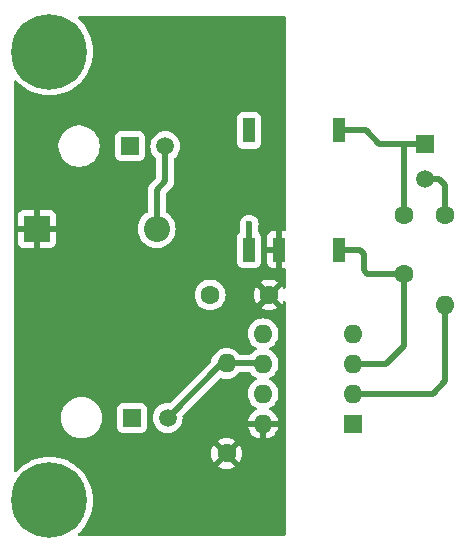
<source format=gtl>
%TF.GenerationSoftware,KiCad,Pcbnew,8.0.0-8.0.0-1~ubuntu22.04.1*%
%TF.CreationDate,2024-03-16T22:32:17-06:00*%
%TF.ProjectId,Isolated_Current_Loop_Monitor,49736f6c-6174-4656-945f-43757272656e,rev?*%
%TF.SameCoordinates,Original*%
%TF.FileFunction,Copper,L1,Top*%
%TF.FilePolarity,Positive*%
%FSLAX46Y46*%
G04 Gerber Fmt 4.6, Leading zero omitted, Abs format (unit mm)*
G04 Created by KiCad (PCBNEW 8.0.0-8.0.0-1~ubuntu22.04.1) date 2024-03-16 22:32:17*
%MOMM*%
%LPD*%
G01*
G04 APERTURE LIST*
%TA.AperFunction,ComponentPad*%
%ADD10C,1.600000*%
%TD*%
%TA.AperFunction,ComponentPad*%
%ADD11R,1.600000X1.600000*%
%TD*%
%TA.AperFunction,ComponentPad*%
%ADD12O,1.600000X1.600000*%
%TD*%
%TA.AperFunction,ComponentPad*%
%ADD13R,1.520000X1.520000*%
%TD*%
%TA.AperFunction,ComponentPad*%
%ADD14C,1.520000*%
%TD*%
%TA.AperFunction,SMDPad,CuDef*%
%ADD15R,1.000000X2.100000*%
%TD*%
%TA.AperFunction,ComponentPad*%
%ADD16R,2.200000X2.200000*%
%TD*%
%TA.AperFunction,ComponentPad*%
%ADD17O,2.200000X2.200000*%
%TD*%
%TA.AperFunction,ComponentPad*%
%ADD18C,0.800000*%
%TD*%
%TA.AperFunction,ComponentPad*%
%ADD19C,6.400000*%
%TD*%
%TA.AperFunction,ViaPad*%
%ADD20C,0.600000*%
%TD*%
%TA.AperFunction,Conductor*%
%ADD21C,0.500000*%
%TD*%
G04 APERTURE END LIST*
D10*
%TO.P,C2,1*%
%TO.N,+12V*%
X135600000Y-98600000D03*
%TO.P,C2,2*%
%TO.N,GND*%
X130600000Y-98600000D03*
%TD*%
D11*
%TO.P,U1,1,NC*%
%TO.N,unconnected-(U1-NC-Pad1)*%
X142700000Y-109500000D03*
D12*
%TO.P,U1,2,C1*%
%TO.N,Net-(U1-C1)*%
X142700000Y-106960000D03*
%TO.P,U1,3,C2*%
%TO.N,Net-(PS1-0V)*%
X142700000Y-104420000D03*
%TO.P,U1,4,NC*%
%TO.N,unconnected-(U1-NC-Pad4)*%
X142700000Y-101880000D03*
%TO.P,U1,5,GND*%
%TO.N,GND*%
X135080000Y-101880000D03*
%TO.P,U1,6,VO2*%
%TO.N,Net-(J3-Pin_2)*%
X135080000Y-104420000D03*
%TO.P,U1,7,VO1*%
%TO.N,unconnected-(U1-VO1-Pad7)*%
X135080000Y-106960000D03*
%TO.P,U1,8,VCC*%
%TO.N,+12V*%
X135080000Y-109500000D03*
%TD*%
D10*
%TO.P,C1,1*%
%TO.N,Net-(J2-Pin_1)*%
X147000000Y-91800000D03*
%TO.P,C1,2*%
%TO.N,Net-(PS1-0V)*%
X147000000Y-96800000D03*
%TD*%
D13*
%TO.P,J1,1,Pin_1*%
%TO.N,GND*%
X123810000Y-86000000D03*
D14*
%TO.P,J1,2,Pin_2*%
%TO.N,Net-(D2-A)*%
X126810000Y-86000000D03*
%TD*%
D15*
%TO.P,PS1,1,GND*%
%TO.N,GND*%
X133902500Y-94762500D03*
%TO.P,PS1,2,VIN*%
%TO.N,+12V*%
X136442500Y-94762500D03*
%TO.P,PS1,4,0V*%
%TO.N,Net-(PS1-0V)*%
X141522500Y-94762500D03*
%TO.P,PS1,5,+VOUT*%
%TO.N,Net-(J2-Pin_1)*%
X141522500Y-84662500D03*
%TO.P,PS1,8*%
%TO.N,N/C*%
X133902500Y-84662500D03*
%TD*%
D13*
%TO.P,J3,1,Pin_1*%
%TO.N,GND*%
X124000000Y-109000000D03*
D14*
%TO.P,J3,2,Pin_2*%
%TO.N,Net-(J3-Pin_2)*%
X127000000Y-109000000D03*
%TD*%
D16*
%TO.P,D2,1,K*%
%TO.N,+12V*%
X115920000Y-93000000D03*
D17*
%TO.P,D2,2,A*%
%TO.N,Net-(D2-A)*%
X126080000Y-93000000D03*
%TD*%
D13*
%TO.P,J2,1,Pin_1*%
%TO.N,Net-(J2-Pin_1)*%
X148810000Y-85810000D03*
D14*
%TO.P,J2,2,Pin_2*%
%TO.N,Net-(J2-Pin_2)*%
X148810000Y-88810000D03*
%TD*%
D18*
%TO.P,H2,1,1*%
%TO.N,GND*%
X114600000Y-116000000D03*
X115302944Y-114302944D03*
X115302944Y-117697056D03*
X117000000Y-113600000D03*
D19*
X117000000Y-116000000D03*
D18*
X117000000Y-118400000D03*
X118697056Y-114302944D03*
X118697056Y-117697056D03*
X119400000Y-116000000D03*
%TD*%
D10*
%TO.P,R2,1*%
%TO.N,+12V*%
X132000000Y-112020000D03*
D12*
%TO.P,R2,2*%
%TO.N,Net-(J3-Pin_2)*%
X132000000Y-104400000D03*
%TD*%
D18*
%TO.P,H1,1,1*%
%TO.N,GND*%
X114600000Y-78000000D03*
X115302944Y-76302944D03*
X115302944Y-79697056D03*
X117000000Y-75600000D03*
D19*
X117000000Y-78000000D03*
D18*
X117000000Y-80400000D03*
X118697056Y-76302944D03*
X118697056Y-79697056D03*
X119400000Y-78000000D03*
%TD*%
D10*
%TO.P,R1,1*%
%TO.N,Net-(J2-Pin_2)*%
X150500000Y-91790000D03*
D12*
%TO.P,R1,2*%
%TO.N,Net-(U1-C1)*%
X150500000Y-99410000D03*
%TD*%
D20*
%TO.N,GND*%
X133900000Y-92600000D03*
%TD*%
D21*
%TO.N,GND*%
X133902500Y-94762500D02*
X133902500Y-92602500D01*
X133902500Y-92602500D02*
X133900000Y-92600000D01*
%TO.N,Net-(D2-A)*%
X126080000Y-89720000D02*
X126080000Y-93000000D01*
X126810000Y-86000000D02*
X126810000Y-88990000D01*
X126810000Y-88990000D02*
X126080000Y-89720000D01*
%TO.N,Net-(J2-Pin_1)*%
X147000000Y-85810000D02*
X144910000Y-85810000D01*
X143762500Y-84662500D02*
X141522500Y-84662500D01*
X144910000Y-85810000D02*
X143762500Y-84662500D01*
X147000000Y-91800000D02*
X147000000Y-85810000D01*
X148810000Y-85810000D02*
X147000000Y-85810000D01*
%TO.N,Net-(J2-Pin_2)*%
X150010000Y-88810000D02*
X150500000Y-89300000D01*
X150500000Y-89300000D02*
X150500000Y-91790000D01*
X148810000Y-88810000D02*
X150010000Y-88810000D01*
%TO.N,Net-(J3-Pin_2)*%
X132000000Y-104400000D02*
X135060000Y-104400000D01*
X135060000Y-104400000D02*
X135080000Y-104420000D01*
X127000000Y-109000000D02*
X131600000Y-104400000D01*
X131600000Y-104400000D02*
X132000000Y-104400000D01*
%TO.N,Net-(PS1-0V)*%
X145480000Y-104420000D02*
X147000000Y-102900000D01*
X143262500Y-94762500D02*
X143600000Y-95100000D01*
X142700000Y-104420000D02*
X145480000Y-104420000D01*
X147000000Y-102900000D02*
X147000000Y-96800000D01*
X141522500Y-94762500D02*
X143262500Y-94762500D01*
X143600000Y-95100000D02*
X143600000Y-96500000D01*
X143600000Y-96500000D02*
X143900000Y-96800000D01*
X143900000Y-96800000D02*
X147000000Y-96800000D01*
%TO.N,Net-(U1-C1)*%
X150500000Y-105900000D02*
X150500000Y-99410000D01*
X149440000Y-106960000D02*
X150500000Y-105900000D01*
X142700000Y-106960000D02*
X149440000Y-106960000D01*
%TD*%
%TA.AperFunction,Conductor*%
%TO.N,+12V*%
G36*
X136943039Y-75019685D02*
G01*
X136988794Y-75072489D01*
X137000000Y-75124000D01*
X137000000Y-93088500D01*
X136980315Y-93155539D01*
X136927511Y-93201294D01*
X136876000Y-93212500D01*
X136692500Y-93212500D01*
X136692500Y-96312500D01*
X136876000Y-96312500D01*
X136943039Y-96332185D01*
X136988794Y-96384989D01*
X137000000Y-96436500D01*
X137000000Y-97966918D01*
X136980315Y-98033957D01*
X136927511Y-98079712D01*
X136858353Y-98089656D01*
X136794797Y-98060631D01*
X136763618Y-98019323D01*
X136730134Y-97947517D01*
X136730132Y-97947513D01*
X136679025Y-97874526D01*
X136000000Y-98553551D01*
X136000000Y-98547339D01*
X135972741Y-98445606D01*
X135920080Y-98354394D01*
X135845606Y-98279920D01*
X135754394Y-98227259D01*
X135652661Y-98200000D01*
X135646448Y-98200000D01*
X136325472Y-97520974D01*
X136252478Y-97469863D01*
X136046331Y-97373735D01*
X136046317Y-97373730D01*
X135826610Y-97314860D01*
X135826599Y-97314858D01*
X135600002Y-97295034D01*
X135599998Y-97295034D01*
X135373400Y-97314858D01*
X135373389Y-97314860D01*
X135153682Y-97373730D01*
X135153673Y-97373734D01*
X134947516Y-97469866D01*
X134947512Y-97469868D01*
X134874526Y-97520973D01*
X134874526Y-97520974D01*
X135553553Y-98200000D01*
X135547339Y-98200000D01*
X135445606Y-98227259D01*
X135354394Y-98279920D01*
X135279920Y-98354394D01*
X135227259Y-98445606D01*
X135200000Y-98547339D01*
X135200000Y-98553552D01*
X134520974Y-97874526D01*
X134520973Y-97874526D01*
X134469868Y-97947512D01*
X134469866Y-97947516D01*
X134373734Y-98153673D01*
X134373730Y-98153682D01*
X134314860Y-98373389D01*
X134314858Y-98373400D01*
X134295034Y-98599997D01*
X134295034Y-98600002D01*
X134314858Y-98826599D01*
X134314860Y-98826610D01*
X134373730Y-99046317D01*
X134373735Y-99046331D01*
X134469863Y-99252478D01*
X134520974Y-99325472D01*
X135200000Y-98646446D01*
X135200000Y-98652661D01*
X135227259Y-98754394D01*
X135279920Y-98845606D01*
X135354394Y-98920080D01*
X135445606Y-98972741D01*
X135547339Y-99000000D01*
X135553553Y-99000000D01*
X134874526Y-99679025D01*
X134947513Y-99730132D01*
X134947521Y-99730136D01*
X135153668Y-99826264D01*
X135153682Y-99826269D01*
X135373389Y-99885139D01*
X135373400Y-99885141D01*
X135599998Y-99904966D01*
X135600002Y-99904966D01*
X135826599Y-99885141D01*
X135826610Y-99885139D01*
X136046317Y-99826269D01*
X136046331Y-99826264D01*
X136252478Y-99730136D01*
X136325471Y-99679024D01*
X135646447Y-99000000D01*
X135652661Y-99000000D01*
X135754394Y-98972741D01*
X135845606Y-98920080D01*
X135920080Y-98845606D01*
X135972741Y-98754394D01*
X136000000Y-98652661D01*
X136000000Y-98646447D01*
X136679024Y-99325471D01*
X136730136Y-99252478D01*
X136763618Y-99180677D01*
X136809790Y-99128237D01*
X136876983Y-99109085D01*
X136943865Y-99129300D01*
X136989199Y-99182466D01*
X137000000Y-99233081D01*
X137000000Y-118876000D01*
X136980315Y-118943039D01*
X136927511Y-118988794D01*
X136876000Y-119000000D01*
X119525626Y-119000000D01*
X119458587Y-118980315D01*
X119412832Y-118927511D01*
X119402888Y-118858353D01*
X119431913Y-118794797D01*
X119447591Y-118779634D01*
X119479502Y-118753792D01*
X119479516Y-118753781D01*
X119753781Y-118479516D01*
X119997876Y-118178084D01*
X120209125Y-117852789D01*
X120385214Y-117507194D01*
X120524214Y-117145087D01*
X120624602Y-116770433D01*
X120685278Y-116387338D01*
X120705578Y-116000000D01*
X120685278Y-115612662D01*
X120624602Y-115229567D01*
X120524214Y-114854913D01*
X120385214Y-114492806D01*
X120209125Y-114147211D01*
X119997876Y-113821916D01*
X119753781Y-113520484D01*
X119479516Y-113246219D01*
X119445164Y-113218401D01*
X119178082Y-113002122D01*
X118852793Y-112790877D01*
X118507197Y-112614787D01*
X118145094Y-112475788D01*
X118109748Y-112466317D01*
X117770433Y-112375398D01*
X117770429Y-112375397D01*
X117770428Y-112375397D01*
X117387339Y-112314722D01*
X117000001Y-112294422D01*
X116999999Y-112294422D01*
X116612660Y-112314722D01*
X116229572Y-112375397D01*
X116229570Y-112375397D01*
X115854905Y-112475788D01*
X115492802Y-112614787D01*
X115147206Y-112790877D01*
X114821917Y-113002122D01*
X114520488Y-113246215D01*
X114520480Y-113246222D01*
X114246222Y-113520480D01*
X114246213Y-113520490D01*
X114220365Y-113552410D01*
X114162878Y-113592121D01*
X114093047Y-113594448D01*
X114033043Y-113558652D01*
X114001918Y-113496098D01*
X114000000Y-113474373D01*
X114000000Y-112020002D01*
X130695034Y-112020002D01*
X130714858Y-112246599D01*
X130714860Y-112246610D01*
X130773730Y-112466317D01*
X130773735Y-112466331D01*
X130869863Y-112672478D01*
X130920974Y-112745472D01*
X131600000Y-112066446D01*
X131600000Y-112072661D01*
X131627259Y-112174394D01*
X131679920Y-112265606D01*
X131754394Y-112340080D01*
X131845606Y-112392741D01*
X131947339Y-112420000D01*
X131953553Y-112420000D01*
X131274526Y-113099025D01*
X131347513Y-113150132D01*
X131347521Y-113150136D01*
X131553668Y-113246264D01*
X131553682Y-113246269D01*
X131773389Y-113305139D01*
X131773400Y-113305141D01*
X131999998Y-113324966D01*
X132000002Y-113324966D01*
X132226599Y-113305141D01*
X132226610Y-113305139D01*
X132446317Y-113246269D01*
X132446331Y-113246264D01*
X132652478Y-113150136D01*
X132725471Y-113099024D01*
X132046447Y-112420000D01*
X132052661Y-112420000D01*
X132154394Y-112392741D01*
X132245606Y-112340080D01*
X132320080Y-112265606D01*
X132372741Y-112174394D01*
X132400000Y-112072661D01*
X132400000Y-112066447D01*
X133079024Y-112745471D01*
X133130136Y-112672478D01*
X133226264Y-112466331D01*
X133226269Y-112466317D01*
X133285139Y-112246610D01*
X133285141Y-112246599D01*
X133304966Y-112020002D01*
X133304966Y-112019997D01*
X133285141Y-111793400D01*
X133285139Y-111793389D01*
X133226269Y-111573682D01*
X133226264Y-111573668D01*
X133130136Y-111367521D01*
X133130132Y-111367513D01*
X133079025Y-111294526D01*
X132400000Y-111973551D01*
X132400000Y-111967339D01*
X132372741Y-111865606D01*
X132320080Y-111774394D01*
X132245606Y-111699920D01*
X132154394Y-111647259D01*
X132052661Y-111620000D01*
X132046448Y-111620000D01*
X132725472Y-110940974D01*
X132652478Y-110889863D01*
X132446331Y-110793735D01*
X132446317Y-110793730D01*
X132226610Y-110734860D01*
X132226599Y-110734858D01*
X132000002Y-110715034D01*
X131999998Y-110715034D01*
X131773400Y-110734858D01*
X131773389Y-110734860D01*
X131553682Y-110793730D01*
X131553673Y-110793734D01*
X131347516Y-110889866D01*
X131347512Y-110889868D01*
X131274526Y-110940973D01*
X131274526Y-110940974D01*
X131953553Y-111620000D01*
X131947339Y-111620000D01*
X131845606Y-111647259D01*
X131754394Y-111699920D01*
X131679920Y-111774394D01*
X131627259Y-111865606D01*
X131600000Y-111967339D01*
X131600000Y-111973552D01*
X130920974Y-111294526D01*
X130920973Y-111294526D01*
X130869868Y-111367512D01*
X130869866Y-111367516D01*
X130773734Y-111573673D01*
X130773730Y-111573682D01*
X130714860Y-111793389D01*
X130714858Y-111793400D01*
X130695034Y-112019997D01*
X130695034Y-112020002D01*
X114000000Y-112020002D01*
X114000000Y-109114741D01*
X117949500Y-109114741D01*
X117963321Y-109219714D01*
X117979452Y-109342238D01*
X118035834Y-109552661D01*
X118038842Y-109563887D01*
X118126650Y-109775876D01*
X118126657Y-109775890D01*
X118241392Y-109974617D01*
X118381081Y-110156661D01*
X118381089Y-110156670D01*
X118543330Y-110318911D01*
X118543338Y-110318918D01*
X118725382Y-110458607D01*
X118725385Y-110458608D01*
X118725388Y-110458611D01*
X118924112Y-110573344D01*
X118924117Y-110573346D01*
X118924123Y-110573349D01*
X119015480Y-110611190D01*
X119136113Y-110661158D01*
X119357762Y-110720548D01*
X119585266Y-110750500D01*
X119585273Y-110750500D01*
X119814727Y-110750500D01*
X119814734Y-110750500D01*
X120042238Y-110720548D01*
X120263887Y-110661158D01*
X120475888Y-110573344D01*
X120674612Y-110458611D01*
X120856661Y-110318919D01*
X120856665Y-110318914D01*
X120856670Y-110318911D01*
X121018911Y-110156670D01*
X121018914Y-110156665D01*
X121018919Y-110156661D01*
X121158611Y-109974612D01*
X121254879Y-109807870D01*
X122739500Y-109807870D01*
X122739501Y-109807876D01*
X122745908Y-109867483D01*
X122796202Y-110002328D01*
X122796206Y-110002335D01*
X122882452Y-110117544D01*
X122882455Y-110117547D01*
X122997664Y-110203793D01*
X122997671Y-110203797D01*
X123132517Y-110254091D01*
X123132516Y-110254091D01*
X123139444Y-110254835D01*
X123192127Y-110260500D01*
X124807872Y-110260499D01*
X124867483Y-110254091D01*
X125002331Y-110203796D01*
X125117546Y-110117546D01*
X125203796Y-110002331D01*
X125254091Y-109867483D01*
X125260500Y-109807873D01*
X125260500Y-109000001D01*
X125734685Y-109000001D01*
X125753907Y-109219714D01*
X125753909Y-109219724D01*
X125810990Y-109432755D01*
X125810995Y-109432769D01*
X125904203Y-109632654D01*
X125904207Y-109632662D01*
X126030712Y-109813330D01*
X126186669Y-109969287D01*
X126367337Y-110095792D01*
X126367339Y-110095793D01*
X126367342Y-110095795D01*
X126413990Y-110117547D01*
X126567230Y-110189004D01*
X126567232Y-110189004D01*
X126567237Y-110189007D01*
X126780280Y-110246092D01*
X126937222Y-110259822D01*
X126999998Y-110265315D01*
X127000000Y-110265315D01*
X127000002Y-110265315D01*
X127055059Y-110260498D01*
X127219720Y-110246092D01*
X127432763Y-110189007D01*
X127632658Y-110095795D01*
X127813329Y-109969288D01*
X127969288Y-109813329D01*
X128095795Y-109632658D01*
X128189007Y-109432763D01*
X128246092Y-109219720D01*
X128265315Y-109000000D01*
X128253946Y-108870059D01*
X128267712Y-108801562D01*
X128289790Y-108771576D01*
X131411038Y-105650327D01*
X131472359Y-105616844D01*
X131542051Y-105621828D01*
X131551108Y-105625621D01*
X131553504Y-105626739D01*
X131773308Y-105685635D01*
X131935230Y-105699801D01*
X131999998Y-105705468D01*
X132000000Y-105705468D01*
X132000002Y-105705468D01*
X132056673Y-105700509D01*
X132226692Y-105685635D01*
X132446496Y-105626739D01*
X132652734Y-105530568D01*
X132839139Y-105400047D01*
X133000047Y-105239139D01*
X133025088Y-105203377D01*
X133079665Y-105159752D01*
X133126663Y-105150500D01*
X133939333Y-105150500D01*
X134006372Y-105170185D01*
X134040908Y-105203377D01*
X134079954Y-105259141D01*
X134240858Y-105420045D01*
X134240861Y-105420047D01*
X134427266Y-105550568D01*
X134485275Y-105577618D01*
X134537714Y-105623791D01*
X134556866Y-105690984D01*
X134536650Y-105757865D01*
X134485275Y-105802382D01*
X134427267Y-105829431D01*
X134427265Y-105829432D01*
X134240858Y-105959954D01*
X134079954Y-106120858D01*
X133949432Y-106307265D01*
X133949431Y-106307267D01*
X133853261Y-106513502D01*
X133853258Y-106513511D01*
X133794366Y-106733302D01*
X133794364Y-106733313D01*
X133774532Y-106959998D01*
X133774532Y-106960001D01*
X133794364Y-107186686D01*
X133794366Y-107186697D01*
X133853258Y-107406488D01*
X133853261Y-107406497D01*
X133949431Y-107612732D01*
X133949432Y-107612734D01*
X134079954Y-107799141D01*
X134240858Y-107960045D01*
X134240861Y-107960047D01*
X134427266Y-108090568D01*
X134485865Y-108117893D01*
X134538305Y-108164065D01*
X134557457Y-108231258D01*
X134537242Y-108298139D01*
X134485867Y-108342657D01*
X134427515Y-108369867D01*
X134241179Y-108500342D01*
X134080342Y-108661179D01*
X133949865Y-108847517D01*
X133853734Y-109053673D01*
X133853730Y-109053682D01*
X133801127Y-109249999D01*
X133801128Y-109250000D01*
X134764314Y-109250000D01*
X134759920Y-109254394D01*
X134707259Y-109345606D01*
X134680000Y-109447339D01*
X134680000Y-109552661D01*
X134707259Y-109654394D01*
X134759920Y-109745606D01*
X134764314Y-109750000D01*
X133801128Y-109750000D01*
X133853730Y-109946317D01*
X133853734Y-109946326D01*
X133949865Y-110152482D01*
X134080342Y-110338820D01*
X134241179Y-110499657D01*
X134427517Y-110630134D01*
X134633673Y-110726265D01*
X134633682Y-110726269D01*
X134829999Y-110778872D01*
X134830000Y-110778871D01*
X134830000Y-109815686D01*
X134834394Y-109820080D01*
X134925606Y-109872741D01*
X135027339Y-109900000D01*
X135132661Y-109900000D01*
X135234394Y-109872741D01*
X135325606Y-109820080D01*
X135330000Y-109815686D01*
X135330000Y-110778872D01*
X135526317Y-110726269D01*
X135526326Y-110726265D01*
X135732482Y-110630134D01*
X135918820Y-110499657D01*
X136079657Y-110338820D01*
X136210134Y-110152482D01*
X136306265Y-109946326D01*
X136306269Y-109946317D01*
X136358872Y-109750000D01*
X135395686Y-109750000D01*
X135400080Y-109745606D01*
X135452741Y-109654394D01*
X135480000Y-109552661D01*
X135480000Y-109447339D01*
X135452741Y-109345606D01*
X135400080Y-109254394D01*
X135395686Y-109250000D01*
X136358872Y-109250000D01*
X136358872Y-109249999D01*
X136306269Y-109053682D01*
X136306265Y-109053673D01*
X136210134Y-108847517D01*
X136079657Y-108661179D01*
X135918820Y-108500342D01*
X135732482Y-108369865D01*
X135674133Y-108342657D01*
X135621694Y-108296484D01*
X135602542Y-108229291D01*
X135622758Y-108162410D01*
X135674129Y-108117895D01*
X135732734Y-108090568D01*
X135919139Y-107960047D01*
X136080047Y-107799139D01*
X136210568Y-107612734D01*
X136306739Y-107406496D01*
X136365635Y-107186692D01*
X136385468Y-106960000D01*
X136365635Y-106733308D01*
X136306739Y-106513504D01*
X136210568Y-106307266D01*
X136080047Y-106120861D01*
X136080045Y-106120858D01*
X135919141Y-105959954D01*
X135732734Y-105829432D01*
X135732728Y-105829429D01*
X135674725Y-105802382D01*
X135622285Y-105756210D01*
X135603133Y-105689017D01*
X135623348Y-105622135D01*
X135674725Y-105577618D01*
X135732734Y-105550568D01*
X135919139Y-105420047D01*
X136080047Y-105259139D01*
X136210568Y-105072734D01*
X136306739Y-104866496D01*
X136365635Y-104646692D01*
X136385468Y-104420000D01*
X136365635Y-104193308D01*
X136306739Y-103973504D01*
X136210568Y-103767266D01*
X136080047Y-103580861D01*
X136080045Y-103580858D01*
X135919141Y-103419954D01*
X135732734Y-103289432D01*
X135732728Y-103289429D01*
X135674725Y-103262382D01*
X135622285Y-103216210D01*
X135603133Y-103149017D01*
X135623348Y-103082135D01*
X135674725Y-103037618D01*
X135732734Y-103010568D01*
X135919139Y-102880047D01*
X136080047Y-102719139D01*
X136210568Y-102532734D01*
X136306739Y-102326496D01*
X136365635Y-102106692D01*
X136385468Y-101880000D01*
X136365635Y-101653308D01*
X136306739Y-101433504D01*
X136210568Y-101227266D01*
X136080047Y-101040861D01*
X136080045Y-101040858D01*
X135919141Y-100879954D01*
X135732734Y-100749432D01*
X135732732Y-100749431D01*
X135526497Y-100653261D01*
X135526488Y-100653258D01*
X135306697Y-100594366D01*
X135306693Y-100594365D01*
X135306692Y-100594365D01*
X135306691Y-100594364D01*
X135306686Y-100594364D01*
X135080002Y-100574532D01*
X135079998Y-100574532D01*
X134853313Y-100594364D01*
X134853302Y-100594366D01*
X134633511Y-100653258D01*
X134633502Y-100653261D01*
X134427267Y-100749431D01*
X134427265Y-100749432D01*
X134240858Y-100879954D01*
X134079954Y-101040858D01*
X133949432Y-101227265D01*
X133949431Y-101227267D01*
X133853261Y-101433502D01*
X133853258Y-101433511D01*
X133794366Y-101653302D01*
X133794364Y-101653313D01*
X133774532Y-101879998D01*
X133774532Y-101880001D01*
X133794364Y-102106686D01*
X133794366Y-102106697D01*
X133853258Y-102326488D01*
X133853261Y-102326497D01*
X133949431Y-102532732D01*
X133949432Y-102532734D01*
X134079954Y-102719141D01*
X134240858Y-102880045D01*
X134240861Y-102880047D01*
X134427266Y-103010568D01*
X134485275Y-103037618D01*
X134537714Y-103083791D01*
X134556866Y-103150984D01*
X134536650Y-103217865D01*
X134485275Y-103262382D01*
X134427267Y-103289431D01*
X134427265Y-103289432D01*
X134240858Y-103419954D01*
X134079954Y-103580858D01*
X134068916Y-103596623D01*
X134014339Y-103640248D01*
X133967341Y-103649500D01*
X133126663Y-103649500D01*
X133059624Y-103629815D01*
X133025088Y-103596623D01*
X133000045Y-103560858D01*
X132839141Y-103399954D01*
X132652734Y-103269432D01*
X132652732Y-103269431D01*
X132446497Y-103173261D01*
X132446488Y-103173258D01*
X132226697Y-103114366D01*
X132226693Y-103114365D01*
X132226692Y-103114365D01*
X132226691Y-103114364D01*
X132226686Y-103114364D01*
X132000002Y-103094532D01*
X131999998Y-103094532D01*
X131773313Y-103114364D01*
X131773302Y-103114366D01*
X131553511Y-103173258D01*
X131553502Y-103173261D01*
X131347267Y-103269431D01*
X131347265Y-103269432D01*
X131160858Y-103399954D01*
X130999954Y-103560858D01*
X130869432Y-103747265D01*
X130869431Y-103747267D01*
X130773261Y-103953502D01*
X130773258Y-103953511D01*
X130714366Y-104173302D01*
X130714365Y-104173309D01*
X130713412Y-104184199D01*
X130687956Y-104249266D01*
X130677565Y-104261066D01*
X127228425Y-107710205D01*
X127167102Y-107743690D01*
X127129937Y-107746052D01*
X127000002Y-107734685D01*
X126999998Y-107734685D01*
X126780285Y-107753907D01*
X126780275Y-107753909D01*
X126567244Y-107810990D01*
X126567235Y-107810994D01*
X126367344Y-107904204D01*
X126367342Y-107904205D01*
X126186668Y-108030713D01*
X126030713Y-108186668D01*
X125904205Y-108367342D01*
X125904204Y-108367344D01*
X125810994Y-108567235D01*
X125810990Y-108567244D01*
X125753909Y-108780275D01*
X125753907Y-108780285D01*
X125734685Y-108999998D01*
X125734685Y-109000001D01*
X125260500Y-109000001D01*
X125260499Y-108192128D01*
X125254091Y-108132517D01*
X125248636Y-108117892D01*
X125203797Y-107997671D01*
X125203793Y-107997664D01*
X125117547Y-107882455D01*
X125117544Y-107882452D01*
X125002335Y-107796206D01*
X125002328Y-107796202D01*
X124867482Y-107745908D01*
X124867483Y-107745908D01*
X124807883Y-107739501D01*
X124807881Y-107739500D01*
X124807873Y-107739500D01*
X124807864Y-107739500D01*
X123192129Y-107739500D01*
X123192123Y-107739501D01*
X123132516Y-107745908D01*
X122997671Y-107796202D01*
X122997664Y-107796206D01*
X122882455Y-107882452D01*
X122882452Y-107882455D01*
X122796206Y-107997664D01*
X122796202Y-107997671D01*
X122745908Y-108132517D01*
X122740079Y-108186739D01*
X122739501Y-108192123D01*
X122739500Y-108192135D01*
X122739500Y-109807870D01*
X121254879Y-109807870D01*
X121273344Y-109775888D01*
X121361158Y-109563887D01*
X121420548Y-109342238D01*
X121450500Y-109114734D01*
X121450500Y-108885266D01*
X121420548Y-108657762D01*
X121361158Y-108436113D01*
X121303322Y-108296484D01*
X121273349Y-108224123D01*
X121273346Y-108224117D01*
X121273344Y-108224112D01*
X121158611Y-108025388D01*
X121158608Y-108025385D01*
X121158607Y-108025382D01*
X121018918Y-107843338D01*
X121018911Y-107843330D01*
X120856670Y-107681089D01*
X120856661Y-107681081D01*
X120674617Y-107541392D01*
X120475890Y-107426657D01*
X120475876Y-107426650D01*
X120263887Y-107338842D01*
X120042238Y-107279452D01*
X120004215Y-107274446D01*
X119814741Y-107249500D01*
X119814734Y-107249500D01*
X119585266Y-107249500D01*
X119585258Y-107249500D01*
X119368715Y-107278009D01*
X119357762Y-107279452D01*
X119264076Y-107304554D01*
X119136112Y-107338842D01*
X118924123Y-107426650D01*
X118924109Y-107426657D01*
X118725382Y-107541392D01*
X118543338Y-107681081D01*
X118381081Y-107843338D01*
X118241392Y-108025382D01*
X118126657Y-108224109D01*
X118126650Y-108224123D01*
X118038842Y-108436112D01*
X117979453Y-108657759D01*
X117979451Y-108657770D01*
X117949500Y-108885258D01*
X117949500Y-109114741D01*
X114000000Y-109114741D01*
X114000000Y-98600001D01*
X129294532Y-98600001D01*
X129314364Y-98826686D01*
X129314366Y-98826697D01*
X129373258Y-99046488D01*
X129373261Y-99046497D01*
X129469431Y-99252732D01*
X129469432Y-99252734D01*
X129599954Y-99439141D01*
X129760858Y-99600045D01*
X129760861Y-99600047D01*
X129947266Y-99730568D01*
X130153504Y-99826739D01*
X130373308Y-99885635D01*
X130535230Y-99899801D01*
X130599998Y-99905468D01*
X130600000Y-99905468D01*
X130600002Y-99905468D01*
X130656673Y-99900509D01*
X130826692Y-99885635D01*
X131046496Y-99826739D01*
X131252734Y-99730568D01*
X131439139Y-99600047D01*
X131600047Y-99439139D01*
X131730568Y-99252734D01*
X131826739Y-99046496D01*
X131885635Y-98826692D01*
X131905468Y-98600000D01*
X131885635Y-98373308D01*
X131826739Y-98153504D01*
X131730568Y-97947266D01*
X131600047Y-97760861D01*
X131600045Y-97760858D01*
X131439141Y-97599954D01*
X131252734Y-97469432D01*
X131252732Y-97469431D01*
X131046497Y-97373261D01*
X131046488Y-97373258D01*
X130826697Y-97314366D01*
X130826693Y-97314365D01*
X130826692Y-97314365D01*
X130826691Y-97314364D01*
X130826686Y-97314364D01*
X130600002Y-97294532D01*
X130599998Y-97294532D01*
X130373313Y-97314364D01*
X130373302Y-97314366D01*
X130153511Y-97373258D01*
X130153502Y-97373261D01*
X129947267Y-97469431D01*
X129947265Y-97469432D01*
X129760858Y-97599954D01*
X129599954Y-97760858D01*
X129469432Y-97947265D01*
X129469431Y-97947267D01*
X129373261Y-98153502D01*
X129373258Y-98153511D01*
X129314366Y-98373302D01*
X129314364Y-98373313D01*
X129294532Y-98599998D01*
X129294532Y-98600001D01*
X114000000Y-98600001D01*
X114000000Y-95860370D01*
X132902000Y-95860370D01*
X132902001Y-95860376D01*
X132908408Y-95919983D01*
X132958702Y-96054828D01*
X132958706Y-96054835D01*
X133044952Y-96170044D01*
X133044955Y-96170047D01*
X133160164Y-96256293D01*
X133160171Y-96256297D01*
X133295017Y-96306591D01*
X133295016Y-96306591D01*
X133301944Y-96307335D01*
X133354627Y-96313000D01*
X134450372Y-96312999D01*
X134509983Y-96306591D01*
X134644831Y-96256296D01*
X134760046Y-96170046D01*
X134846296Y-96054831D01*
X134896591Y-95919983D01*
X134903000Y-95860373D01*
X134902999Y-95012500D01*
X135442500Y-95012500D01*
X135442500Y-95860344D01*
X135448901Y-95919872D01*
X135448903Y-95919879D01*
X135499145Y-96054586D01*
X135499149Y-96054593D01*
X135585309Y-96169687D01*
X135585312Y-96169690D01*
X135700406Y-96255850D01*
X135700413Y-96255854D01*
X135835120Y-96306096D01*
X135835127Y-96306098D01*
X135894655Y-96312499D01*
X135894672Y-96312500D01*
X136192500Y-96312500D01*
X136192500Y-95012500D01*
X135442500Y-95012500D01*
X134902999Y-95012500D01*
X134902999Y-94512500D01*
X135442500Y-94512500D01*
X136192500Y-94512500D01*
X136192500Y-93212500D01*
X135894655Y-93212500D01*
X135835127Y-93218901D01*
X135835120Y-93218903D01*
X135700413Y-93269145D01*
X135700406Y-93269149D01*
X135585312Y-93355309D01*
X135585309Y-93355312D01*
X135499149Y-93470406D01*
X135499145Y-93470413D01*
X135448903Y-93605120D01*
X135448901Y-93605127D01*
X135442500Y-93664655D01*
X135442500Y-94512500D01*
X134902999Y-94512500D01*
X134902999Y-93664628D01*
X134896591Y-93605017D01*
X134855971Y-93496110D01*
X134846297Y-93470171D01*
X134846293Y-93470164D01*
X134760048Y-93354957D01*
X134760046Y-93354954D01*
X134760042Y-93354951D01*
X134702688Y-93312015D01*
X134660818Y-93256081D01*
X134653000Y-93212749D01*
X134653000Y-92892824D01*
X134659959Y-92851869D01*
X134682410Y-92787708D01*
X134685368Y-92779255D01*
X134688794Y-92748848D01*
X134705565Y-92600003D01*
X134705565Y-92599996D01*
X134685369Y-92420750D01*
X134685368Y-92420745D01*
X134625788Y-92250476D01*
X134529815Y-92097737D01*
X134402262Y-91970184D01*
X134249523Y-91874211D01*
X134079254Y-91814631D01*
X134079249Y-91814630D01*
X133900004Y-91794435D01*
X133899996Y-91794435D01*
X133720750Y-91814630D01*
X133720745Y-91814631D01*
X133550476Y-91874211D01*
X133397737Y-91970184D01*
X133270184Y-92097737D01*
X133174211Y-92250476D01*
X133114631Y-92420745D01*
X133114630Y-92420750D01*
X133094435Y-92599996D01*
X133094435Y-92600003D01*
X133114630Y-92779246D01*
X133114632Y-92779256D01*
X133145041Y-92866158D01*
X133152000Y-92907113D01*
X133152000Y-93212749D01*
X133132315Y-93279788D01*
X133102312Y-93312015D01*
X133044957Y-93354951D01*
X133044951Y-93354957D01*
X132958706Y-93470164D01*
X132958702Y-93470171D01*
X132908408Y-93605017D01*
X132902001Y-93664616D01*
X132902001Y-93664623D01*
X132902000Y-93664635D01*
X132902000Y-95860370D01*
X114000000Y-95860370D01*
X114000000Y-94147844D01*
X114320000Y-94147844D01*
X114326401Y-94207372D01*
X114326403Y-94207379D01*
X114376645Y-94342086D01*
X114376649Y-94342093D01*
X114462809Y-94457187D01*
X114462812Y-94457190D01*
X114577906Y-94543350D01*
X114577913Y-94543354D01*
X114712620Y-94593596D01*
X114712627Y-94593598D01*
X114772155Y-94599999D01*
X114772172Y-94600000D01*
X115670000Y-94600000D01*
X115670000Y-93490747D01*
X115707708Y-93512518D01*
X115847591Y-93550000D01*
X115992409Y-93550000D01*
X116132292Y-93512518D01*
X116170000Y-93490747D01*
X116170000Y-94600000D01*
X117067828Y-94600000D01*
X117067844Y-94599999D01*
X117127372Y-94593598D01*
X117127379Y-94593596D01*
X117262086Y-94543354D01*
X117262093Y-94543350D01*
X117377187Y-94457190D01*
X117377190Y-94457187D01*
X117463350Y-94342093D01*
X117463354Y-94342086D01*
X117513596Y-94207379D01*
X117513598Y-94207372D01*
X117519999Y-94147844D01*
X117520000Y-94147827D01*
X117520000Y-93250000D01*
X116410748Y-93250000D01*
X116432518Y-93212292D01*
X116470000Y-93072409D01*
X116470000Y-93000000D01*
X124474551Y-93000000D01*
X124494317Y-93251151D01*
X124553126Y-93496110D01*
X124649533Y-93728859D01*
X124781160Y-93943653D01*
X124781161Y-93943656D01*
X124781164Y-93943659D01*
X124944776Y-94135224D01*
X125029259Y-94207379D01*
X125136343Y-94298838D01*
X125136346Y-94298839D01*
X125351140Y-94430466D01*
X125549189Y-94512500D01*
X125583889Y-94526873D01*
X125828852Y-94585683D01*
X126080000Y-94605449D01*
X126331148Y-94585683D01*
X126576111Y-94526873D01*
X126808859Y-94430466D01*
X127023659Y-94298836D01*
X127215224Y-94135224D01*
X127378836Y-93943659D01*
X127510466Y-93728859D01*
X127606873Y-93496111D01*
X127665683Y-93251148D01*
X127685449Y-93000000D01*
X127665683Y-92748852D01*
X127606873Y-92503889D01*
X127510466Y-92271141D01*
X127510466Y-92271140D01*
X127378839Y-92056346D01*
X127378838Y-92056343D01*
X127305251Y-91970184D01*
X127215224Y-91864776D01*
X127088571Y-91756604D01*
X127023656Y-91701161D01*
X127023653Y-91701160D01*
X126889710Y-91619079D01*
X126842835Y-91567267D01*
X126830500Y-91513352D01*
X126830500Y-90082230D01*
X126850185Y-90015191D01*
X126866819Y-89994549D01*
X127392947Y-89468421D01*
X127392952Y-89468416D01*
X127462382Y-89364505D01*
X127475084Y-89345495D01*
X127531658Y-89208913D01*
X127560500Y-89063918D01*
X127560500Y-87077831D01*
X127580185Y-87010792D01*
X127613379Y-86976254D01*
X127623329Y-86969288D01*
X127779288Y-86813329D01*
X127905795Y-86632658D01*
X127999007Y-86432763D01*
X128056092Y-86219720D01*
X128075315Y-86000000D01*
X128056092Y-85780280D01*
X128050757Y-85760370D01*
X132902000Y-85760370D01*
X132902001Y-85760376D01*
X132908408Y-85819983D01*
X132958702Y-85954828D01*
X132958706Y-85954835D01*
X133044952Y-86070044D01*
X133044955Y-86070047D01*
X133160164Y-86156293D01*
X133160171Y-86156297D01*
X133295017Y-86206591D01*
X133295016Y-86206591D01*
X133301944Y-86207335D01*
X133354627Y-86213000D01*
X134450372Y-86212999D01*
X134509983Y-86206591D01*
X134644831Y-86156296D01*
X134760046Y-86070046D01*
X134846296Y-85954831D01*
X134896591Y-85819983D01*
X134903000Y-85760373D01*
X134902999Y-83564628D01*
X134896591Y-83505017D01*
X134846296Y-83370169D01*
X134846295Y-83370168D01*
X134846293Y-83370164D01*
X134760047Y-83254955D01*
X134760044Y-83254952D01*
X134644835Y-83168706D01*
X134644828Y-83168702D01*
X134509982Y-83118408D01*
X134509983Y-83118408D01*
X134450383Y-83112001D01*
X134450381Y-83112000D01*
X134450373Y-83112000D01*
X134450364Y-83112000D01*
X133354629Y-83112000D01*
X133354623Y-83112001D01*
X133295016Y-83118408D01*
X133160171Y-83168702D01*
X133160164Y-83168706D01*
X133044955Y-83254952D01*
X133044952Y-83254955D01*
X132958706Y-83370164D01*
X132958702Y-83370171D01*
X132908408Y-83505017D01*
X132902001Y-83564616D01*
X132902001Y-83564623D01*
X132902000Y-83564635D01*
X132902000Y-85760370D01*
X128050757Y-85760370D01*
X127999007Y-85567237D01*
X127905795Y-85367343D01*
X127779288Y-85186671D01*
X127779286Y-85186668D01*
X127623330Y-85030712D01*
X127442662Y-84904207D01*
X127442654Y-84904203D01*
X127242769Y-84810995D01*
X127242755Y-84810990D01*
X127029724Y-84753909D01*
X127029722Y-84753908D01*
X127029720Y-84753908D01*
X127029718Y-84753907D01*
X127029714Y-84753907D01*
X126810002Y-84734685D01*
X126809998Y-84734685D01*
X126590285Y-84753907D01*
X126590275Y-84753909D01*
X126377244Y-84810990D01*
X126377235Y-84810994D01*
X126177344Y-84904204D01*
X126177342Y-84904205D01*
X125996668Y-85030713D01*
X125840713Y-85186668D01*
X125714205Y-85367342D01*
X125714204Y-85367344D01*
X125620994Y-85567235D01*
X125620990Y-85567244D01*
X125563909Y-85780275D01*
X125563907Y-85780285D01*
X125544685Y-85999998D01*
X125544685Y-86000001D01*
X125563907Y-86219714D01*
X125563909Y-86219724D01*
X125620990Y-86432755D01*
X125620995Y-86432769D01*
X125714203Y-86632654D01*
X125714207Y-86632662D01*
X125840712Y-86813330D01*
X125996667Y-86969285D01*
X125996670Y-86969287D01*
X125996671Y-86969288D01*
X126006620Y-86976254D01*
X126050246Y-87030828D01*
X126059500Y-87077831D01*
X126059500Y-88627769D01*
X126039815Y-88694808D01*
X126023181Y-88715450D01*
X125497050Y-89241580D01*
X125497044Y-89241588D01*
X125447812Y-89315268D01*
X125447813Y-89315269D01*
X125414921Y-89364496D01*
X125414914Y-89364508D01*
X125358342Y-89501086D01*
X125358340Y-89501092D01*
X125329500Y-89646079D01*
X125329500Y-91513352D01*
X125309815Y-91580391D01*
X125270290Y-91619079D01*
X125136346Y-91701160D01*
X125136343Y-91701161D01*
X124944776Y-91864776D01*
X124781161Y-92056343D01*
X124781160Y-92056346D01*
X124649533Y-92271140D01*
X124553126Y-92503889D01*
X124494317Y-92748848D01*
X124474551Y-93000000D01*
X116470000Y-93000000D01*
X116470000Y-92927591D01*
X116432518Y-92787708D01*
X116410748Y-92750000D01*
X117520000Y-92750000D01*
X117520000Y-91852172D01*
X117519999Y-91852155D01*
X117513598Y-91792627D01*
X117513596Y-91792620D01*
X117463354Y-91657913D01*
X117463350Y-91657906D01*
X117377190Y-91542812D01*
X117377187Y-91542809D01*
X117262093Y-91456649D01*
X117262086Y-91456645D01*
X117127379Y-91406403D01*
X117127372Y-91406401D01*
X117067844Y-91400000D01*
X116170000Y-91400000D01*
X116170000Y-92509252D01*
X116132292Y-92487482D01*
X115992409Y-92450000D01*
X115847591Y-92450000D01*
X115707708Y-92487482D01*
X115670000Y-92509252D01*
X115670000Y-91400000D01*
X114772155Y-91400000D01*
X114712627Y-91406401D01*
X114712620Y-91406403D01*
X114577913Y-91456645D01*
X114577906Y-91456649D01*
X114462812Y-91542809D01*
X114462809Y-91542812D01*
X114376649Y-91657906D01*
X114376645Y-91657913D01*
X114326403Y-91792620D01*
X114326401Y-91792627D01*
X114320000Y-91852155D01*
X114320000Y-92750000D01*
X115429252Y-92750000D01*
X115407482Y-92787708D01*
X115370000Y-92927591D01*
X115370000Y-93072409D01*
X115407482Y-93212292D01*
X115429252Y-93250000D01*
X114320000Y-93250000D01*
X114320000Y-94147844D01*
X114000000Y-94147844D01*
X114000000Y-86114741D01*
X117759500Y-86114741D01*
X117772437Y-86212999D01*
X117789452Y-86342238D01*
X117848842Y-86563887D01*
X117936650Y-86775876D01*
X117936657Y-86775890D01*
X117958273Y-86813330D01*
X118048313Y-86969285D01*
X118051392Y-86974617D01*
X118191081Y-87156661D01*
X118191089Y-87156670D01*
X118353330Y-87318911D01*
X118353338Y-87318918D01*
X118535382Y-87458607D01*
X118535385Y-87458608D01*
X118535388Y-87458611D01*
X118734112Y-87573344D01*
X118734117Y-87573346D01*
X118734123Y-87573349D01*
X118825480Y-87611190D01*
X118946113Y-87661158D01*
X119167762Y-87720548D01*
X119395266Y-87750500D01*
X119395273Y-87750500D01*
X119624727Y-87750500D01*
X119624734Y-87750500D01*
X119852238Y-87720548D01*
X120073887Y-87661158D01*
X120285888Y-87573344D01*
X120484612Y-87458611D01*
X120666661Y-87318919D01*
X120666665Y-87318914D01*
X120666670Y-87318911D01*
X120828911Y-87156670D01*
X120828914Y-87156665D01*
X120828919Y-87156661D01*
X120968611Y-86974612D01*
X121064879Y-86807870D01*
X122549500Y-86807870D01*
X122549501Y-86807876D01*
X122555908Y-86867483D01*
X122606202Y-87002328D01*
X122606206Y-87002335D01*
X122692452Y-87117544D01*
X122692455Y-87117547D01*
X122807664Y-87203793D01*
X122807671Y-87203797D01*
X122942517Y-87254091D01*
X122942516Y-87254091D01*
X122949444Y-87254835D01*
X123002127Y-87260500D01*
X124617872Y-87260499D01*
X124677483Y-87254091D01*
X124812331Y-87203796D01*
X124927546Y-87117546D01*
X125013796Y-87002331D01*
X125064091Y-86867483D01*
X125070500Y-86807873D01*
X125070499Y-85192128D01*
X125064091Y-85132517D01*
X125026120Y-85030712D01*
X125013797Y-84997671D01*
X125013793Y-84997664D01*
X124927547Y-84882455D01*
X124927544Y-84882452D01*
X124812335Y-84796206D01*
X124812328Y-84796202D01*
X124677482Y-84745908D01*
X124677483Y-84745908D01*
X124617883Y-84739501D01*
X124617881Y-84739500D01*
X124617873Y-84739500D01*
X124617864Y-84739500D01*
X123002129Y-84739500D01*
X123002123Y-84739501D01*
X122942516Y-84745908D01*
X122807671Y-84796202D01*
X122807664Y-84796206D01*
X122692455Y-84882452D01*
X122692452Y-84882455D01*
X122606206Y-84997664D01*
X122606202Y-84997671D01*
X122555908Y-85132517D01*
X122549501Y-85192116D01*
X122549501Y-85192123D01*
X122549500Y-85192135D01*
X122549500Y-86807870D01*
X121064879Y-86807870D01*
X121083344Y-86775888D01*
X121171158Y-86563887D01*
X121230548Y-86342238D01*
X121260500Y-86114734D01*
X121260500Y-85885266D01*
X121230548Y-85657762D01*
X121171158Y-85436113D01*
X121083344Y-85224112D01*
X120968611Y-85025388D01*
X120968608Y-85025385D01*
X120968607Y-85025382D01*
X120828918Y-84843338D01*
X120828911Y-84843330D01*
X120666670Y-84681089D01*
X120666661Y-84681081D01*
X120484617Y-84541392D01*
X120285890Y-84426657D01*
X120285876Y-84426650D01*
X120073887Y-84338842D01*
X119852238Y-84279452D01*
X119814215Y-84274446D01*
X119624741Y-84249500D01*
X119624734Y-84249500D01*
X119395266Y-84249500D01*
X119395258Y-84249500D01*
X119178715Y-84278009D01*
X119167762Y-84279452D01*
X119074076Y-84304554D01*
X118946112Y-84338842D01*
X118734123Y-84426650D01*
X118734109Y-84426657D01*
X118535382Y-84541392D01*
X118353338Y-84681081D01*
X118191081Y-84843338D01*
X118051392Y-85025382D01*
X117936657Y-85224109D01*
X117936650Y-85224123D01*
X117848842Y-85436112D01*
X117789453Y-85657759D01*
X117789451Y-85657770D01*
X117759500Y-85885258D01*
X117759500Y-86114741D01*
X114000000Y-86114741D01*
X114000000Y-80525626D01*
X114019685Y-80458587D01*
X114072489Y-80412832D01*
X114141647Y-80402888D01*
X114205203Y-80431913D01*
X114220366Y-80447591D01*
X114246207Y-80479502D01*
X114246215Y-80479511D01*
X114246219Y-80479516D01*
X114520484Y-80753781D01*
X114520488Y-80753784D01*
X114821917Y-80997877D01*
X115147206Y-81209122D01*
X115147211Y-81209125D01*
X115492806Y-81385214D01*
X115854913Y-81524214D01*
X116229567Y-81624602D01*
X116612662Y-81685278D01*
X116978576Y-81704455D01*
X116999999Y-81705578D01*
X117000000Y-81705578D01*
X117000001Y-81705578D01*
X117020301Y-81704514D01*
X117387338Y-81685278D01*
X117770433Y-81624602D01*
X118145087Y-81524214D01*
X118507194Y-81385214D01*
X118852789Y-81209125D01*
X119178084Y-80997876D01*
X119479516Y-80753781D01*
X119753781Y-80479516D01*
X119997876Y-80178084D01*
X120209125Y-79852789D01*
X120385214Y-79507194D01*
X120524214Y-79145087D01*
X120624602Y-78770433D01*
X120685278Y-78387338D01*
X120705578Y-78000000D01*
X120685278Y-77612662D01*
X120624602Y-77229567D01*
X120524214Y-76854913D01*
X120385214Y-76492806D01*
X120209125Y-76147211D01*
X119997876Y-75821916D01*
X119753781Y-75520484D01*
X119479516Y-75246219D01*
X119479511Y-75246215D01*
X119479502Y-75246207D01*
X119447591Y-75220366D01*
X119407879Y-75162880D01*
X119405551Y-75093049D01*
X119441346Y-75033045D01*
X119503899Y-75001918D01*
X119525626Y-75000000D01*
X136876000Y-75000000D01*
X136943039Y-75019685D01*
G37*
%TD.AperFunction*%
%TD*%
M02*

</source>
